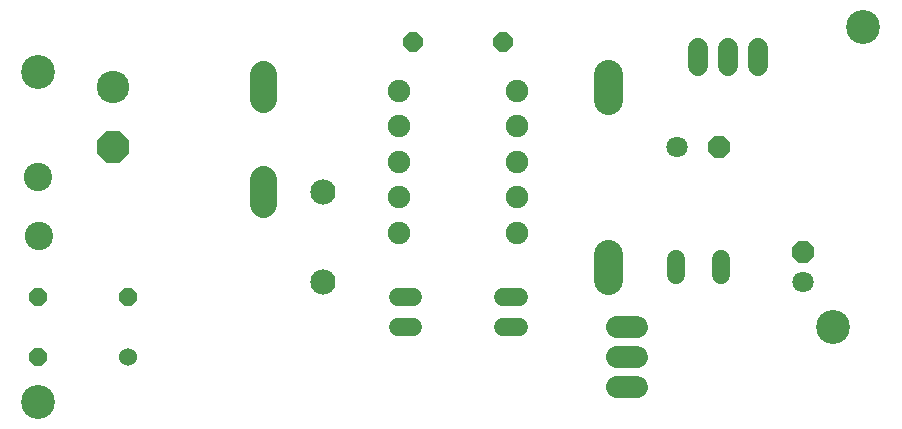
<source format=gbr>
G04 EAGLE Gerber RS-274X export*
G75*
%MOMM*%
%FSLAX34Y34*%
%LPD*%
%INSoldermask Bottom*%
%IPPOS*%
%AMOC8*
5,1,8,0,0,1.08239X$1,22.5*%
G01*
%ADD10C,1.524000*%
%ADD11P,1.649562X8X112.500000*%
%ADD12C,2.743200*%
%ADD13P,2.969212X8X292.500000*%
%ADD14P,1.759533X8X202.500000*%
%ADD15P,1.951982X8X22.500000*%
%ADD16C,1.803400*%
%ADD17P,1.951982X8X112.500000*%
%ADD18C,2.298700*%
%ADD19C,2.133600*%
%ADD20C,2.451100*%
%ADD21C,2.403200*%
%ADD22C,1.727200*%
%ADD23C,1.524000*%
%ADD24C,1.903200*%
%ADD25C,1.879600*%
%ADD26C,2.870200*%


D10*
X190500Y406400D03*
D11*
X190500Y457200D03*
X114300Y457200D03*
X114300Y406400D03*
D12*
X177800Y635000D03*
D13*
X177800Y584200D03*
D14*
X508000Y673100D03*
X431800Y673100D03*
D15*
X690880Y584200D03*
D16*
X655320Y584200D03*
D17*
X762000Y495300D03*
D16*
X762000Y469900D03*
D18*
X304800Y624523D02*
X304800Y645478D01*
X304800Y556578D02*
X304800Y535623D01*
D19*
X355600Y469900D03*
X355600Y546100D03*
D20*
X596900Y623761D02*
X596900Y646240D01*
X596900Y493840D02*
X596900Y471361D01*
D21*
X114200Y558600D03*
X114500Y508300D03*
D22*
X673100Y652780D02*
X673100Y668020D01*
X698500Y668020D02*
X698500Y652780D01*
X723900Y652780D02*
X723900Y668020D01*
D23*
X654050Y489204D02*
X654050Y475996D01*
X692150Y475996D02*
X692150Y489204D01*
X521208Y431800D02*
X508000Y431800D01*
X508000Y457200D02*
X521208Y457200D01*
X431800Y457200D02*
X418592Y457200D01*
X418592Y431800D02*
X431800Y431800D01*
D24*
X419900Y631500D03*
X419900Y601500D03*
X419900Y571500D03*
X419900Y541500D03*
X419900Y511500D03*
X519900Y511500D03*
X519900Y541500D03*
X519900Y571500D03*
X519900Y601500D03*
X519900Y631500D03*
D25*
X604393Y431800D02*
X621157Y431800D01*
X621157Y406400D02*
X604393Y406400D01*
X604393Y381000D02*
X621157Y381000D01*
D26*
X787400Y431800D03*
X812800Y685800D03*
X114300Y368300D03*
X114300Y647700D03*
M02*

</source>
